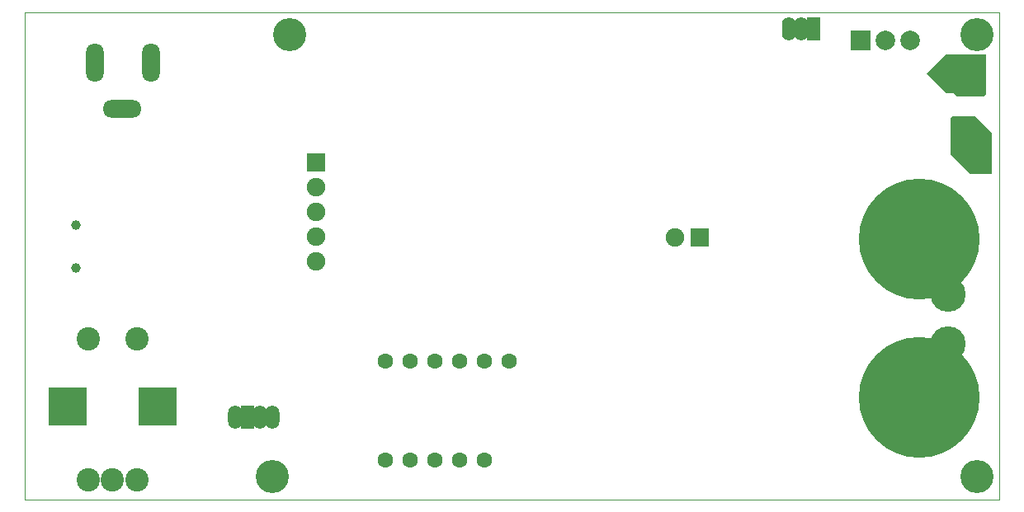
<source format=gbs>
%FSTAX24Y24*%
%MOIN*%
%SFA1B1*%

%IPPOS*%
%ADD16R,0.074800X0.074800*%
%ADD38C,0.003900*%
%ADD85O,0.070900X0.157500*%
%ADD86O,0.157500X0.070900*%
%ADD87C,0.039400*%
%ADD88C,0.074800*%
%ADD89C,0.078700*%
%ADD90R,0.078700X0.078700*%
%ADD91O,0.055100X0.094500*%
%ADD92R,0.055100X0.094500*%
%ADD93C,0.063000*%
%ADD94C,0.094500*%
%ADD95R,0.157500X0.157500*%
%ADD96O,0.057100X0.094500*%
%ADD97R,0.057100X0.094500*%
%ADD98C,0.141700*%
%ADD99C,0.133900*%
%ADD100C,0.488200*%
%ADD101R,0.074800X0.074800*%
%LNdummyv1-1*%
%LPD*%
G36*
X039055Y014803D02*
Y01315D01*
X038189*
X037392Y013947*
Y015394*
X03747Y015472*
X038386*
X039055Y014803*
G37*
G36*
X038819Y016378D02*
X03874Y016299D01*
X037638*
X03752Y016417*
X037205*
X036417Y017205*
X037205Y017992*
X038819*
Y016378*
G37*
G54D16*
X011772Y013622D03*
G54D38*
X0Y0D02*
Y019685D01*
X03937*
Y0D02*
Y019685D01*
X0Y0D02*
X03937D01*
G54D85*
X002825Y017667D03*
X005108D03*
G54D86*
X003927Y015778D03*
G54D87*
X00206Y011088D03*
Y009355D03*
G54D88*
X011772Y009622D03*
Y010622D03*
Y011622D03*
Y012622D03*
X026274Y010581D03*
G54D89*
X035764Y018543D03*
X034764D03*
G54D90*
X033764Y018543D03*
G54D91*
X030878Y019016D03*
X031378D03*
G54D92*
X031878Y019016D03*
G54D93*
X014567Y001575D03*
X015567D03*
X016567D03*
X017567D03*
X018567D03*
Y005575D03*
X017567D03*
X016567D03*
X015567D03*
X014567D03*
X019567D03*
G54D94*
X002559Y000787D03*
X004528D03*
X003543D03*
X004528Y006496D03*
X002559D03*
G54D95*
X005354Y00374D03*
X001732D03*
G54D96*
X010002Y003317D03*
X009502D03*
X008502D03*
G54D97*
X009002Y003317D03*
G54D98*
X037303Y006283D03*
Y008283D03*
G54D99*
X010709Y01878D03*
X01Y000906D03*
X038465Y01878D03*
Y000906D03*
G54D100*
X036142Y010512D03*
X036122Y004134D03*
G54D101*
X027274Y010581D03*
M02*
</source>
